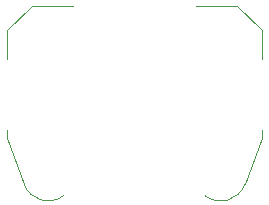
<source format=gbr>
%TF.GenerationSoftware,KiCad,Pcbnew,9.0.2*%
%TF.CreationDate,2025-05-31T15:25:19-05:00*%
%TF.ProjectId,first_pcb_project,66697273-745f-4706-9362-5f70726f6a65,rev?*%
%TF.SameCoordinates,Original*%
%TF.FileFunction,Legend,Bot*%
%TF.FilePolarity,Positive*%
%FSLAX46Y46*%
G04 Gerber Fmt 4.6, Leading zero omitted, Abs format (unit mm)*
G04 Created by KiCad (PCBNEW 9.0.2) date 2025-05-31 15:25:19*
%MOMM*%
%LPD*%
G01*
G04 APERTURE LIST*
%ADD10C,0.120000*%
G04 APERTURE END LIST*
D10*
%TO.C,BT1*%
X134780000Y-65540000D02*
X134780000Y-68000000D01*
X134780000Y-74000000D02*
X134780000Y-74630000D01*
X134780000Y-74630000D02*
X133340000Y-78580000D01*
X132700000Y-63460000D02*
X134780000Y-65540000D01*
X129200000Y-63460000D02*
X132700000Y-63460000D01*
X115300000Y-63460000D02*
X118800000Y-63460000D01*
X115300000Y-63460000D02*
X113220000Y-65540000D01*
X113220000Y-65540000D02*
X113220000Y-68000000D01*
X113220000Y-74000000D02*
X113220000Y-74630000D01*
X113220000Y-74630000D02*
X114660000Y-78580000D01*
X133340000Y-78580000D02*
G75*
G02*
X130003354Y-79566530I-2030000J730001D01*
G01*
X118000000Y-79550000D02*
G75*
G02*
X114674757Y-78588169I-1310000J1700000D01*
G01*
%TD*%
M02*

</source>
